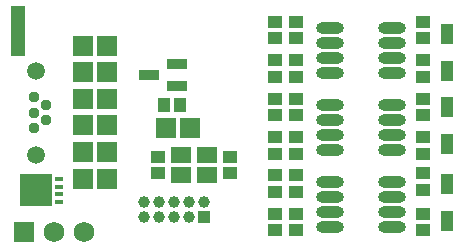
<source format=gbs>
G04 Layer_Color=16711935*
%FSLAX24Y24*%
%MOIN*%
G70*
G01*
G75*
%ADD12R,0.0256X0.0157*%
%ADD21C,0.0394*%
%ADD22R,0.0394X0.0394*%
%ADD24C,0.0591*%
%ADD25C,0.0370*%
%ADD41R,0.0415X0.0454*%
%ADD42R,0.0651X0.0691*%
%ADD43R,0.1084X0.1065*%
%ADD46R,0.0691X0.0691*%
%ADD47C,0.0691*%
%ADD48R,0.0454X0.0415*%
%ADD49R,0.0671X0.0336*%
%ADD50R,0.0651X0.0572*%
%ADD51R,0.0415X0.0651*%
%ADD52R,0.0494X0.1675*%
%ADD53O,0.0927X0.0376*%
D12*
X170079Y125787D02*
D03*
Y125531D02*
D03*
Y125276D02*
D03*
Y125020D02*
D03*
D21*
X172941Y125018D02*
D03*
Y124518D02*
D03*
X173441Y125018D02*
D03*
Y124518D02*
D03*
X173941Y125018D02*
D03*
Y124518D02*
D03*
X174441Y125018D02*
D03*
Y124518D02*
D03*
X174941Y125018D02*
D03*
D22*
Y124518D02*
D03*
D24*
X169339Y126585D02*
D03*
Y129400D02*
D03*
D25*
X169252Y128504D02*
D03*
Y127992D02*
D03*
Y127480D02*
D03*
X169646Y127736D02*
D03*
Y128248D02*
D03*
D41*
X173583Y128258D02*
D03*
X174134D02*
D03*
D42*
X174449Y127470D02*
D03*
X173661D02*
D03*
X171693Y130226D02*
D03*
X170906D02*
D03*
X171693Y129341D02*
D03*
X170906D02*
D03*
X171693Y128455D02*
D03*
X170906D02*
D03*
X171693Y127569D02*
D03*
X170906D02*
D03*
X171693Y126683D02*
D03*
X170906D02*
D03*
X171693Y125797D02*
D03*
X170906D02*
D03*
D43*
X169331Y125404D02*
D03*
D46*
X168937Y124026D02*
D03*
D47*
X169937D02*
D03*
X170937D02*
D03*
D48*
X177987Y124621D02*
D03*
Y124070D02*
D03*
X182219Y124070D02*
D03*
Y124621D02*
D03*
Y126629D02*
D03*
Y127180D02*
D03*
X182219Y129188D02*
D03*
Y129739D02*
D03*
X182219Y125979D02*
D03*
Y125428D02*
D03*
Y128460D02*
D03*
Y127908D02*
D03*
X182219Y131019D02*
D03*
Y130468D02*
D03*
X177987Y127180D02*
D03*
Y126629D02*
D03*
X177298Y130468D02*
D03*
Y131019D02*
D03*
X177987Y125349D02*
D03*
Y125901D02*
D03*
X177298Y125901D02*
D03*
Y125349D02*
D03*
X177987Y127908D02*
D03*
Y128460D02*
D03*
X177987Y130468D02*
D03*
Y131019D02*
D03*
X177298Y128460D02*
D03*
Y127908D02*
D03*
X177987Y129188D02*
D03*
Y129739D02*
D03*
X177298Y124621D02*
D03*
Y124070D02*
D03*
Y127180D02*
D03*
Y126629D02*
D03*
Y129739D02*
D03*
Y129188D02*
D03*
X175782Y125971D02*
D03*
Y126522D02*
D03*
X173382Y125971D02*
D03*
Y126522D02*
D03*
D49*
X174026Y129616D02*
D03*
Y128868D02*
D03*
X173100Y129242D02*
D03*
D50*
X175015Y125912D02*
D03*
X174149D02*
D03*
Y126581D02*
D03*
X175015D02*
D03*
D51*
X183012Y125620D02*
D03*
Y124400D02*
D03*
Y128179D02*
D03*
Y126959D02*
D03*
Y130617D02*
D03*
Y129396D02*
D03*
D52*
X168740Y130718D02*
D03*
D53*
X181196Y125686D02*
D03*
Y125186D02*
D03*
Y124686D02*
D03*
Y124186D02*
D03*
X179109Y125686D02*
D03*
Y125186D02*
D03*
Y124686D02*
D03*
Y124186D02*
D03*
X181196Y128245D02*
D03*
Y127745D02*
D03*
Y127245D02*
D03*
Y126745D02*
D03*
X179109Y128245D02*
D03*
Y127745D02*
D03*
Y127245D02*
D03*
Y126745D02*
D03*
X181196Y130804D02*
D03*
Y130304D02*
D03*
Y129804D02*
D03*
Y129304D02*
D03*
X179109Y130804D02*
D03*
Y130304D02*
D03*
Y129804D02*
D03*
Y129304D02*
D03*
M02*

</source>
